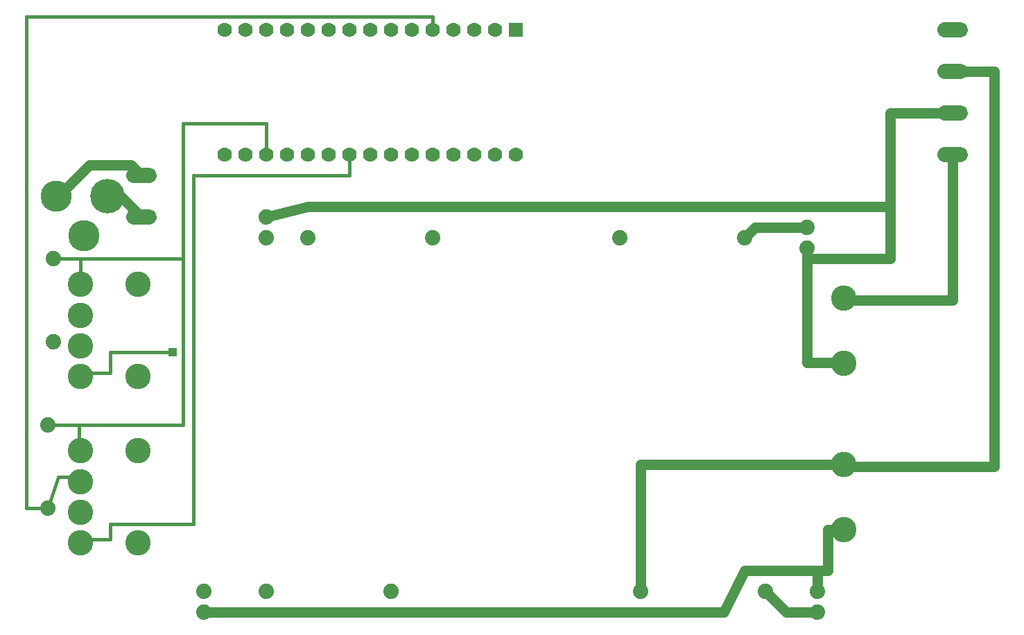
<source format=gbl>
G75*
G70*
%OFA0B0*%
%FSLAX24Y24*%
%IPPOS*%
%LPD*%
%AMOC8*
5,1,8,0,0,1.08239X$1,22.5*
%
%ADD10R,0.0700X0.0700*%
%ADD11C,0.0700*%
%ADD12C,0.1220*%
%ADD13C,0.1660*%
%ADD14C,0.1502*%
%ADD15C,0.0740*%
%ADD16C,0.0740*%
%ADD17C,0.0500*%
%ADD18R,0.0396X0.0396*%
%ADD19C,0.0160*%
D10*
X025500Y029100D03*
D11*
X024500Y029100D03*
X023500Y029100D03*
X022500Y029100D03*
X021500Y029100D03*
X020500Y029100D03*
X019500Y029100D03*
X018500Y029100D03*
X017500Y029100D03*
X016500Y029100D03*
X015500Y029100D03*
X014500Y029100D03*
X013500Y029100D03*
X012500Y029100D03*
X011500Y029100D03*
X011500Y023100D03*
X012500Y023100D03*
X013500Y023100D03*
X014500Y023100D03*
X015500Y023100D03*
X016500Y023100D03*
X017500Y023100D03*
X018500Y023100D03*
X019500Y023100D03*
X020500Y023100D03*
X021500Y023100D03*
X022500Y023100D03*
X023500Y023100D03*
X024500Y023100D03*
X025500Y023100D03*
D12*
X004576Y004429D03*
X004576Y005904D03*
X004576Y007381D03*
X004575Y008859D03*
X007331Y008857D03*
X007330Y012429D03*
X004576Y012429D03*
X004576Y013904D03*
X004576Y015381D03*
X004575Y016859D03*
X007331Y016857D03*
X007330Y004429D03*
X041268Y005068D03*
X041267Y008219D03*
X041268Y013068D03*
X041267Y016219D03*
D13*
X005854Y021100D03*
D14*
X004732Y019210D03*
X003394Y021100D03*
D15*
X003250Y018100D03*
X003250Y014100D03*
X003000Y010100D03*
X003000Y006100D03*
X010500Y002100D03*
X010500Y001100D03*
X013500Y002100D03*
X019500Y002100D03*
X031500Y002100D03*
X037500Y002100D03*
X040000Y002100D03*
X040000Y001100D03*
X039500Y018600D03*
X039500Y019600D03*
X036500Y019100D03*
X030500Y019100D03*
X021500Y019100D03*
X015500Y019100D03*
X013500Y019100D03*
X013500Y020100D03*
D16*
X007870Y020100D02*
X007130Y020100D01*
X007130Y022100D02*
X007870Y022100D01*
X046130Y023100D02*
X046870Y023100D01*
X046870Y025100D02*
X046130Y025100D01*
X046130Y027100D02*
X046870Y027100D01*
X046870Y029100D02*
X046130Y029100D01*
D17*
X046500Y027100D02*
X048500Y027100D01*
X048500Y008100D01*
X041500Y008100D01*
X041500Y008219D01*
X041267Y008219D01*
X031500Y008219D01*
X031500Y002100D01*
X035500Y001100D02*
X036500Y003100D01*
X040000Y003100D01*
X040000Y002100D01*
X040000Y001100D02*
X038500Y001100D01*
X037500Y002100D01*
X035500Y001100D02*
X010500Y001100D01*
X039500Y013100D02*
X041268Y013100D01*
X041268Y013068D01*
X041268Y013100D02*
X041500Y013100D01*
X039500Y013100D02*
X039500Y018100D01*
X043500Y018100D01*
X043500Y020600D01*
X043500Y025100D01*
X046500Y025100D01*
X046500Y023100D02*
X046500Y016100D01*
X041267Y016100D01*
X041267Y016219D01*
X039500Y018100D02*
X039500Y018600D01*
X039500Y019600D02*
X037000Y019600D01*
X036500Y019100D01*
X043500Y020600D02*
X015500Y020600D01*
X013500Y020100D01*
X007500Y020100D02*
X006500Y021100D01*
X005854Y021100D01*
X007000Y022600D02*
X007500Y022100D01*
X007000Y022600D02*
X005000Y022600D01*
X003500Y021100D01*
X003394Y021100D01*
X040000Y003100D02*
X040500Y003100D01*
X040500Y005068D01*
X041268Y005068D01*
D18*
X009000Y013600D03*
D19*
X006000Y013600D01*
X006000Y012600D01*
X004576Y012600D01*
X004576Y012429D01*
X004500Y010100D02*
X003000Y010100D01*
X009500Y010100D01*
X009500Y018100D01*
X004575Y018100D01*
X003250Y018100D01*
X004575Y018100D02*
X004575Y016859D01*
X009500Y018100D02*
X009500Y024600D01*
X013500Y024600D01*
X013500Y023100D01*
X010000Y022100D02*
X010000Y005350D01*
X006000Y005350D01*
X006000Y004600D01*
X004576Y004600D01*
X004576Y004429D01*
X003000Y006100D02*
X001950Y006100D01*
X001950Y029725D01*
X021500Y029725D01*
X021500Y029100D01*
X017500Y023100D02*
X017500Y022100D01*
X010000Y022100D01*
X004500Y010100D02*
X004500Y008859D01*
X004575Y008859D01*
X004576Y007600D02*
X003500Y007600D01*
X003000Y006100D01*
X004576Y007381D02*
X004576Y007600D01*
M02*

</source>
